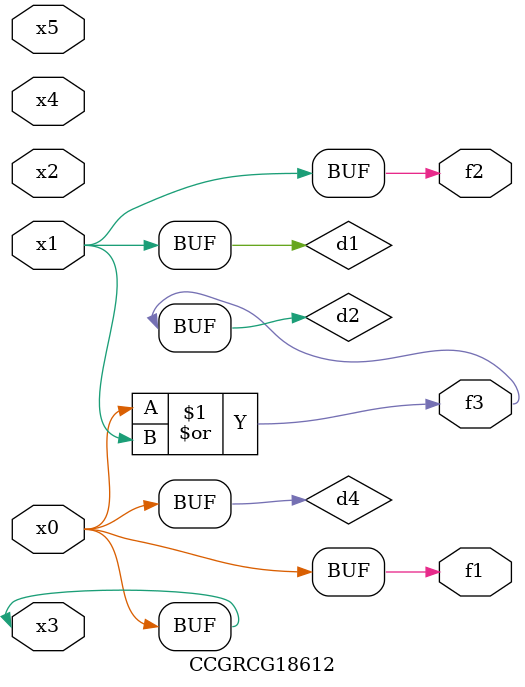
<source format=v>
module CCGRCG18612(
	input x0, x1, x2, x3, x4, x5,
	output f1, f2, f3
);

	wire d1, d2, d3, d4;

	and (d1, x1);
	or (d2, x0, x1);
	nand (d3, x0, x5);
	buf (d4, x0, x3);
	assign f1 = d4;
	assign f2 = d1;
	assign f3 = d2;
endmodule

</source>
